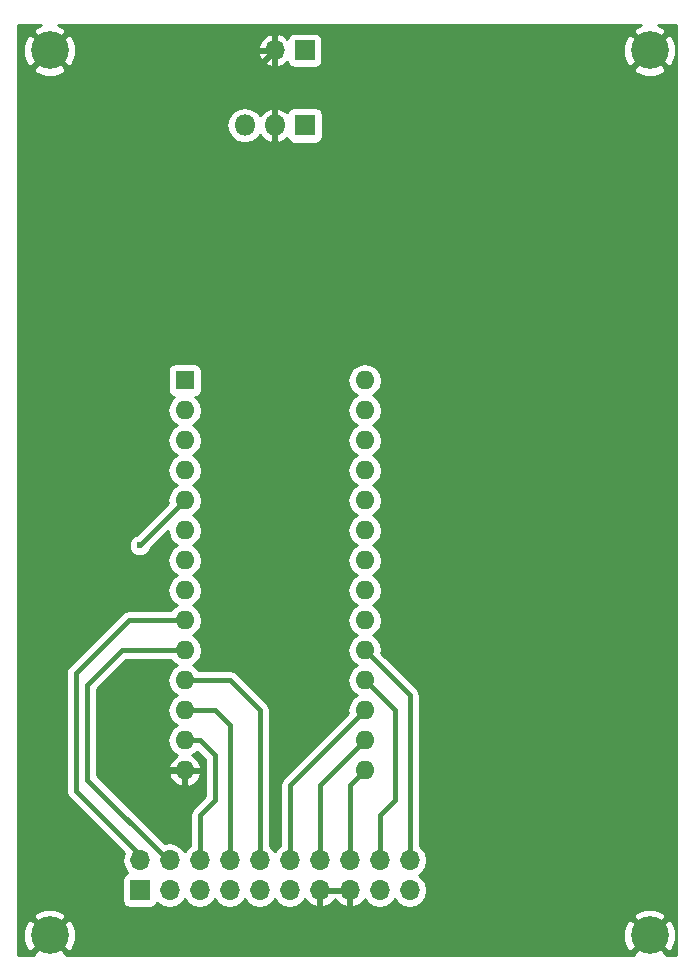
<source format=gbr>
G04 #@! TF.FileFunction,Copper,L2,Bot,Signal*
%FSLAX46Y46*%
G04 Gerber Fmt 4.6, Leading zero omitted, Abs format (unit mm)*
G04 Created by KiCad (PCBNEW 4.0.7) date 11/14/18 00:40:59*
%MOMM*%
%LPD*%
G01*
G04 APERTURE LIST*
%ADD10C,0.100000*%
%ADD11C,3.200000*%
%ADD12R,1.700000X1.700000*%
%ADD13O,1.700000X1.700000*%
%ADD14R,1.600000X1.600000*%
%ADD15O,1.600000X1.600000*%
%ADD16R,1.800000X1.800000*%
%ADD17O,1.800000X1.800000*%
%ADD18C,0.600000*%
%ADD19C,0.800000*%
%ADD20C,0.400000*%
%ADD21C,0.600000*%
%ADD22C,0.254000*%
G04 APERTURE END LIST*
D10*
D11*
X72390000Y-93980000D03*
X21590000Y-19050000D03*
X72390000Y-19050000D03*
D12*
X29210000Y-90170000D03*
D13*
X29210000Y-87630000D03*
X31750000Y-90170000D03*
X31750000Y-87630000D03*
X34290000Y-90170000D03*
X34290000Y-87630000D03*
X36830000Y-90170000D03*
X36830000Y-87630000D03*
X39370000Y-90170000D03*
X39370000Y-87630000D03*
X41910000Y-90170000D03*
X41910000Y-87630000D03*
X44450000Y-90170000D03*
X44450000Y-87630000D03*
X46990000Y-90170000D03*
X46990000Y-87630000D03*
X49530000Y-90170000D03*
X49530000Y-87630000D03*
X52070000Y-90170000D03*
X52070000Y-87630000D03*
D14*
X33020000Y-46990000D03*
D15*
X48260000Y-80010000D03*
X33020000Y-49530000D03*
X48260000Y-77470000D03*
X33020000Y-52070000D03*
X48260000Y-74930000D03*
X33020000Y-54610000D03*
X48260000Y-72390000D03*
X33020000Y-57150000D03*
X48260000Y-69850000D03*
X33020000Y-59690000D03*
X48260000Y-67310000D03*
X33020000Y-62230000D03*
X48260000Y-64770000D03*
X33020000Y-64770000D03*
X48260000Y-62230000D03*
X33020000Y-67310000D03*
X48260000Y-59690000D03*
X33020000Y-69850000D03*
X48260000Y-57150000D03*
X33020000Y-72390000D03*
X48260000Y-54610000D03*
X33020000Y-74930000D03*
X48260000Y-52070000D03*
X33020000Y-77470000D03*
X48260000Y-49530000D03*
X33020000Y-80010000D03*
X48260000Y-46990000D03*
D12*
X43180000Y-19050000D03*
D13*
X40640000Y-19050000D03*
D16*
X43180000Y-25400000D03*
D17*
X40640000Y-25400000D03*
X38100000Y-25400000D03*
D11*
X21590000Y-93980000D03*
D18*
X29210000Y-60960000D03*
D19*
X57180000Y-49790000D03*
X57180000Y-52990000D03*
X25780000Y-50790000D03*
D18*
X25780000Y-79790000D03*
D20*
X33020000Y-57150000D02*
X29210000Y-60960000D01*
X29210000Y-87630000D02*
X29210000Y-87220000D01*
X29210000Y-87220000D02*
X23780000Y-81790000D01*
X28260000Y-67310000D02*
X33020000Y-67310000D01*
X23780000Y-71790000D02*
X28260000Y-67310000D01*
X23780000Y-81790000D02*
X23780000Y-71790000D01*
X31750000Y-87630000D02*
X31620000Y-87630000D01*
X31620000Y-87630000D02*
X24780000Y-80790000D01*
X27720000Y-69850000D02*
X33020000Y-69850000D01*
X24780000Y-72790000D02*
X27720000Y-69850000D01*
X24780000Y-80790000D02*
X24780000Y-72790000D01*
X36830000Y-72390000D02*
X33020000Y-72390000D01*
X39370000Y-74930000D02*
X36830000Y-72390000D01*
X39370000Y-87630000D02*
X39370000Y-74930000D01*
X35560000Y-74930000D02*
X36830000Y-76200000D01*
X36830000Y-87630000D02*
X36830000Y-76200000D01*
X35560000Y-74930000D02*
X33020000Y-74930000D01*
X34290000Y-77470000D02*
X35560000Y-78740000D01*
X34290000Y-87630000D02*
X34290000Y-83820000D01*
X35560000Y-82550000D02*
X35560000Y-78740000D01*
X34290000Y-83820000D02*
X35560000Y-82550000D01*
X34290000Y-77470000D02*
X33020000Y-77470000D01*
X46990000Y-87630000D02*
X46990000Y-81280000D01*
X46990000Y-81280000D02*
X48260000Y-80010000D01*
X44450000Y-87630000D02*
X44450000Y-81280000D01*
X44450000Y-81280000D02*
X48260000Y-77470000D01*
X41910000Y-87630000D02*
X41910000Y-81280000D01*
X41910000Y-81280000D02*
X48260000Y-74930000D01*
X49530000Y-87630000D02*
X49530000Y-83820000D01*
X50800000Y-74930000D02*
X48260000Y-72390000D01*
X50800000Y-82550000D02*
X50800000Y-74930000D01*
X49530000Y-83820000D02*
X50800000Y-82550000D01*
X52070000Y-87630000D02*
X52070000Y-73660000D01*
X52070000Y-73660000D02*
X48260000Y-69850000D01*
D21*
X57180000Y-52990000D02*
X57180000Y-49790000D01*
X26780000Y-32910000D02*
X40640000Y-19050000D01*
X26780000Y-49790000D02*
X26780000Y-32910000D01*
X25780000Y-50790000D02*
X26780000Y-49790000D01*
X33020000Y-80010000D02*
X26000000Y-80010000D01*
X26000000Y-80010000D02*
X25780000Y-79790000D01*
D22*
G36*
X20355390Y-17134640D02*
X20183403Y-17463798D01*
X21590000Y-18870395D01*
X22996597Y-17463798D01*
X22824610Y-17134640D01*
X22273654Y-16917000D01*
X71680820Y-16917000D01*
X71155390Y-17134640D01*
X70983403Y-17463798D01*
X72390000Y-18870395D01*
X73796597Y-17463798D01*
X73624610Y-17134640D01*
X73073654Y-16917000D01*
X74653000Y-16917000D01*
X74653000Y-95663000D01*
X73746019Y-95663000D01*
X73796597Y-95566202D01*
X72390000Y-94159605D01*
X70983403Y-95566202D01*
X71033981Y-95663000D01*
X22946019Y-95663000D01*
X22996597Y-95566202D01*
X21590000Y-94159605D01*
X20183403Y-95566202D01*
X20233981Y-95663000D01*
X18907000Y-95663000D01*
X18907000Y-93572346D01*
X19347974Y-93572346D01*
X19362635Y-94461363D01*
X19674640Y-95214610D01*
X20003798Y-95386597D01*
X21410395Y-93980000D01*
X21769605Y-93980000D01*
X23176202Y-95386597D01*
X23505360Y-95214610D01*
X23832026Y-94387654D01*
X23818581Y-93572346D01*
X70147974Y-93572346D01*
X70162635Y-94461363D01*
X70474640Y-95214610D01*
X70803798Y-95386597D01*
X72210395Y-93980000D01*
X72569605Y-93980000D01*
X73976202Y-95386597D01*
X74305360Y-95214610D01*
X74632026Y-94387654D01*
X74617365Y-93498637D01*
X74305360Y-92745390D01*
X73976202Y-92573403D01*
X72569605Y-93980000D01*
X72210395Y-93980000D01*
X70803798Y-92573403D01*
X70474640Y-92745390D01*
X70147974Y-93572346D01*
X23818581Y-93572346D01*
X23817365Y-93498637D01*
X23505360Y-92745390D01*
X23176202Y-92573403D01*
X21769605Y-93980000D01*
X21410395Y-93980000D01*
X20003798Y-92573403D01*
X19674640Y-92745390D01*
X19347974Y-93572346D01*
X18907000Y-93572346D01*
X18907000Y-92393798D01*
X20183403Y-92393798D01*
X21590000Y-93800395D01*
X22996597Y-92393798D01*
X70983403Y-92393798D01*
X72390000Y-93800395D01*
X73796597Y-92393798D01*
X73624610Y-92064640D01*
X72797654Y-91737974D01*
X71908637Y-91752635D01*
X71155390Y-92064640D01*
X70983403Y-92393798D01*
X22996597Y-92393798D01*
X22824610Y-92064640D01*
X21997654Y-91737974D01*
X21108637Y-91752635D01*
X20355390Y-92064640D01*
X20183403Y-92393798D01*
X18907000Y-92393798D01*
X18907000Y-71790000D01*
X22945000Y-71790000D01*
X22945000Y-81790000D01*
X23008561Y-82109541D01*
X23012209Y-82115000D01*
X23189566Y-82380434D01*
X27839527Y-87030395D01*
X27838039Y-87032622D01*
X27725000Y-87600907D01*
X27725000Y-87659093D01*
X27838039Y-88227378D01*
X28159946Y-88709147D01*
X28161179Y-88709971D01*
X28124683Y-88716838D01*
X27908559Y-88855910D01*
X27763569Y-89068110D01*
X27712560Y-89320000D01*
X27712560Y-91020000D01*
X27756838Y-91255317D01*
X27895910Y-91471441D01*
X28108110Y-91616431D01*
X28360000Y-91667440D01*
X30060000Y-91667440D01*
X30295317Y-91623162D01*
X30511441Y-91484090D01*
X30656431Y-91271890D01*
X30670086Y-91204459D01*
X30699946Y-91249147D01*
X31181715Y-91571054D01*
X31750000Y-91684093D01*
X32318285Y-91571054D01*
X32800054Y-91249147D01*
X33020000Y-90919974D01*
X33239946Y-91249147D01*
X33721715Y-91571054D01*
X34290000Y-91684093D01*
X34858285Y-91571054D01*
X35340054Y-91249147D01*
X35560000Y-90919974D01*
X35779946Y-91249147D01*
X36261715Y-91571054D01*
X36830000Y-91684093D01*
X37398285Y-91571054D01*
X37880054Y-91249147D01*
X38100000Y-90919974D01*
X38319946Y-91249147D01*
X38801715Y-91571054D01*
X39370000Y-91684093D01*
X39938285Y-91571054D01*
X40420054Y-91249147D01*
X40640000Y-90919974D01*
X40859946Y-91249147D01*
X41341715Y-91571054D01*
X41910000Y-91684093D01*
X42478285Y-91571054D01*
X42960054Y-91249147D01*
X43187702Y-90908447D01*
X43254817Y-91051358D01*
X43683076Y-91441645D01*
X44093110Y-91611476D01*
X44323000Y-91490155D01*
X44323000Y-90297000D01*
X44577000Y-90297000D01*
X44577000Y-91490155D01*
X44806890Y-91611476D01*
X45216924Y-91441645D01*
X45645183Y-91051358D01*
X45720000Y-90892046D01*
X45794817Y-91051358D01*
X46223076Y-91441645D01*
X46633110Y-91611476D01*
X46863000Y-91490155D01*
X46863000Y-90297000D01*
X44577000Y-90297000D01*
X44323000Y-90297000D01*
X44303000Y-90297000D01*
X44303000Y-90043000D01*
X44323000Y-90043000D01*
X44323000Y-90023000D01*
X44577000Y-90023000D01*
X44577000Y-90043000D01*
X46863000Y-90043000D01*
X46863000Y-90023000D01*
X47117000Y-90023000D01*
X47117000Y-90043000D01*
X47137000Y-90043000D01*
X47137000Y-90297000D01*
X47117000Y-90297000D01*
X47117000Y-91490155D01*
X47346890Y-91611476D01*
X47756924Y-91441645D01*
X48185183Y-91051358D01*
X48252298Y-90908447D01*
X48479946Y-91249147D01*
X48961715Y-91571054D01*
X49530000Y-91684093D01*
X50098285Y-91571054D01*
X50580054Y-91249147D01*
X50800000Y-90919974D01*
X51019946Y-91249147D01*
X51501715Y-91571054D01*
X52070000Y-91684093D01*
X52638285Y-91571054D01*
X53120054Y-91249147D01*
X53441961Y-90767378D01*
X53555000Y-90199093D01*
X53555000Y-90140907D01*
X53441961Y-89572622D01*
X53120054Y-89090853D01*
X52834422Y-88900000D01*
X53120054Y-88709147D01*
X53441961Y-88227378D01*
X53555000Y-87659093D01*
X53555000Y-87600907D01*
X53441961Y-87032622D01*
X53120054Y-86550853D01*
X52905000Y-86407159D01*
X52905000Y-73660000D01*
X52885395Y-73561439D01*
X52841440Y-73340460D01*
X52660434Y-73069566D01*
X49676286Y-70085418D01*
X49723113Y-69850000D01*
X49613880Y-69300849D01*
X49302811Y-68835302D01*
X48920725Y-68580000D01*
X49302811Y-68324698D01*
X49613880Y-67859151D01*
X49723113Y-67310000D01*
X49613880Y-66760849D01*
X49302811Y-66295302D01*
X48920725Y-66040000D01*
X49302811Y-65784698D01*
X49613880Y-65319151D01*
X49723113Y-64770000D01*
X49613880Y-64220849D01*
X49302811Y-63755302D01*
X48920725Y-63500000D01*
X49302811Y-63244698D01*
X49613880Y-62779151D01*
X49723113Y-62230000D01*
X49613880Y-61680849D01*
X49302811Y-61215302D01*
X48920725Y-60960000D01*
X49302811Y-60704698D01*
X49613880Y-60239151D01*
X49723113Y-59690000D01*
X49613880Y-59140849D01*
X49302811Y-58675302D01*
X48920725Y-58420000D01*
X49302811Y-58164698D01*
X49613880Y-57699151D01*
X49723113Y-57150000D01*
X49613880Y-56600849D01*
X49302811Y-56135302D01*
X48920725Y-55880000D01*
X49302811Y-55624698D01*
X49613880Y-55159151D01*
X49723113Y-54610000D01*
X49613880Y-54060849D01*
X49302811Y-53595302D01*
X48920725Y-53340000D01*
X49302811Y-53084698D01*
X49613880Y-52619151D01*
X49723113Y-52070000D01*
X49613880Y-51520849D01*
X49302811Y-51055302D01*
X48920725Y-50800000D01*
X49302811Y-50544698D01*
X49613880Y-50079151D01*
X49723113Y-49530000D01*
X49613880Y-48980849D01*
X49302811Y-48515302D01*
X48920725Y-48260000D01*
X49302811Y-48004698D01*
X49613880Y-47539151D01*
X49723113Y-46990000D01*
X49613880Y-46440849D01*
X49302811Y-45975302D01*
X48837264Y-45664233D01*
X48288113Y-45555000D01*
X48231887Y-45555000D01*
X47682736Y-45664233D01*
X47217189Y-45975302D01*
X46906120Y-46440849D01*
X46796887Y-46990000D01*
X46906120Y-47539151D01*
X47217189Y-48004698D01*
X47599275Y-48260000D01*
X47217189Y-48515302D01*
X46906120Y-48980849D01*
X46796887Y-49530000D01*
X46906120Y-50079151D01*
X47217189Y-50544698D01*
X47599275Y-50800000D01*
X47217189Y-51055302D01*
X46906120Y-51520849D01*
X46796887Y-52070000D01*
X46906120Y-52619151D01*
X47217189Y-53084698D01*
X47599275Y-53340000D01*
X47217189Y-53595302D01*
X46906120Y-54060849D01*
X46796887Y-54610000D01*
X46906120Y-55159151D01*
X47217189Y-55624698D01*
X47599275Y-55880000D01*
X47217189Y-56135302D01*
X46906120Y-56600849D01*
X46796887Y-57150000D01*
X46906120Y-57699151D01*
X47217189Y-58164698D01*
X47599275Y-58420000D01*
X47217189Y-58675302D01*
X46906120Y-59140849D01*
X46796887Y-59690000D01*
X46906120Y-60239151D01*
X47217189Y-60704698D01*
X47599275Y-60960000D01*
X47217189Y-61215302D01*
X46906120Y-61680849D01*
X46796887Y-62230000D01*
X46906120Y-62779151D01*
X47217189Y-63244698D01*
X47599275Y-63500000D01*
X47217189Y-63755302D01*
X46906120Y-64220849D01*
X46796887Y-64770000D01*
X46906120Y-65319151D01*
X47217189Y-65784698D01*
X47599275Y-66040000D01*
X47217189Y-66295302D01*
X46906120Y-66760849D01*
X46796887Y-67310000D01*
X46906120Y-67859151D01*
X47217189Y-68324698D01*
X47599275Y-68580000D01*
X47217189Y-68835302D01*
X46906120Y-69300849D01*
X46796887Y-69850000D01*
X46906120Y-70399151D01*
X47217189Y-70864698D01*
X47599275Y-71120000D01*
X47217189Y-71375302D01*
X46906120Y-71840849D01*
X46796887Y-72390000D01*
X46906120Y-72939151D01*
X47217189Y-73404698D01*
X47599275Y-73660000D01*
X47217189Y-73915302D01*
X46906120Y-74380849D01*
X46796887Y-74930000D01*
X46843714Y-75165418D01*
X41319566Y-80689566D01*
X41138561Y-80960459D01*
X41075000Y-81280000D01*
X41075000Y-86407159D01*
X40859946Y-86550853D01*
X40640000Y-86880026D01*
X40420054Y-86550853D01*
X40205000Y-86407159D01*
X40205000Y-74930000D01*
X40141439Y-74610459D01*
X39960434Y-74339566D01*
X37420434Y-71799566D01*
X37406117Y-71790000D01*
X37149541Y-71618561D01*
X36830000Y-71555000D01*
X34182882Y-71555000D01*
X34062811Y-71375302D01*
X33680725Y-71120000D01*
X34062811Y-70864698D01*
X34373880Y-70399151D01*
X34483113Y-69850000D01*
X34373880Y-69300849D01*
X34062811Y-68835302D01*
X33680725Y-68580000D01*
X34062811Y-68324698D01*
X34373880Y-67859151D01*
X34483113Y-67310000D01*
X34373880Y-66760849D01*
X34062811Y-66295302D01*
X33680725Y-66040000D01*
X34062811Y-65784698D01*
X34373880Y-65319151D01*
X34483113Y-64770000D01*
X34373880Y-64220849D01*
X34062811Y-63755302D01*
X33680725Y-63500000D01*
X34062811Y-63244698D01*
X34373880Y-62779151D01*
X34483113Y-62230000D01*
X34373880Y-61680849D01*
X34062811Y-61215302D01*
X33680725Y-60960000D01*
X34062811Y-60704698D01*
X34373880Y-60239151D01*
X34483113Y-59690000D01*
X34373880Y-59140849D01*
X34062811Y-58675302D01*
X33680725Y-58420000D01*
X34062811Y-58164698D01*
X34373880Y-57699151D01*
X34483113Y-57150000D01*
X34373880Y-56600849D01*
X34062811Y-56135302D01*
X33680725Y-55880000D01*
X34062811Y-55624698D01*
X34373880Y-55159151D01*
X34483113Y-54610000D01*
X34373880Y-54060849D01*
X34062811Y-53595302D01*
X33680725Y-53340000D01*
X34062811Y-53084698D01*
X34373880Y-52619151D01*
X34483113Y-52070000D01*
X34373880Y-51520849D01*
X34062811Y-51055302D01*
X33680725Y-50800000D01*
X34062811Y-50544698D01*
X34373880Y-50079151D01*
X34483113Y-49530000D01*
X34373880Y-48980849D01*
X34062811Y-48515302D01*
X33918535Y-48418899D01*
X34055317Y-48393162D01*
X34271441Y-48254090D01*
X34416431Y-48041890D01*
X34467440Y-47790000D01*
X34467440Y-46190000D01*
X34423162Y-45954683D01*
X34284090Y-45738559D01*
X34071890Y-45593569D01*
X33820000Y-45542560D01*
X32220000Y-45542560D01*
X31984683Y-45586838D01*
X31768559Y-45725910D01*
X31623569Y-45938110D01*
X31572560Y-46190000D01*
X31572560Y-47790000D01*
X31616838Y-48025317D01*
X31755910Y-48241441D01*
X31968110Y-48386431D01*
X32123089Y-48417815D01*
X31977189Y-48515302D01*
X31666120Y-48980849D01*
X31556887Y-49530000D01*
X31666120Y-50079151D01*
X31977189Y-50544698D01*
X32359275Y-50800000D01*
X31977189Y-51055302D01*
X31666120Y-51520849D01*
X31556887Y-52070000D01*
X31666120Y-52619151D01*
X31977189Y-53084698D01*
X32359275Y-53340000D01*
X31977189Y-53595302D01*
X31666120Y-54060849D01*
X31556887Y-54610000D01*
X31666120Y-55159151D01*
X31977189Y-55624698D01*
X32359275Y-55880000D01*
X31977189Y-56135302D01*
X31666120Y-56600849D01*
X31556887Y-57150000D01*
X31603714Y-57385418D01*
X28921667Y-60067465D01*
X28681057Y-60166883D01*
X28417808Y-60429673D01*
X28275162Y-60773201D01*
X28274838Y-61145167D01*
X28416883Y-61488943D01*
X28679673Y-61752192D01*
X29023201Y-61894838D01*
X29395167Y-61895162D01*
X29738943Y-61753117D01*
X30002192Y-61490327D01*
X30102778Y-61248090D01*
X31574139Y-59776729D01*
X31666120Y-60239151D01*
X31977189Y-60704698D01*
X32359275Y-60960000D01*
X31977189Y-61215302D01*
X31666120Y-61680849D01*
X31556887Y-62230000D01*
X31666120Y-62779151D01*
X31977189Y-63244698D01*
X32359275Y-63500000D01*
X31977189Y-63755302D01*
X31666120Y-64220849D01*
X31556887Y-64770000D01*
X31666120Y-65319151D01*
X31977189Y-65784698D01*
X32359275Y-66040000D01*
X31977189Y-66295302D01*
X31857118Y-66475000D01*
X28260000Y-66475000D01*
X27940460Y-66538560D01*
X27669566Y-66719566D01*
X23189566Y-71199566D01*
X23008561Y-71470459D01*
X22945000Y-71790000D01*
X18907000Y-71790000D01*
X18907000Y-25400000D01*
X36534928Y-25400000D01*
X36651773Y-25987419D01*
X36984519Y-26485409D01*
X37482509Y-26818155D01*
X38069928Y-26935000D01*
X38130072Y-26935000D01*
X38717491Y-26818155D01*
X39215481Y-26485409D01*
X39374501Y-26247418D01*
X39732424Y-26637966D01*
X40275258Y-26891046D01*
X40513000Y-26770997D01*
X40513000Y-25527000D01*
X40493000Y-25527000D01*
X40493000Y-25273000D01*
X40513000Y-25273000D01*
X40513000Y-24029003D01*
X40767000Y-24029003D01*
X40767000Y-25273000D01*
X40787000Y-25273000D01*
X40787000Y-25527000D01*
X40767000Y-25527000D01*
X40767000Y-26770997D01*
X41004742Y-26891046D01*
X41547576Y-26637966D01*
X41670844Y-26503462D01*
X41676838Y-26535317D01*
X41815910Y-26751441D01*
X42028110Y-26896431D01*
X42280000Y-26947440D01*
X44080000Y-26947440D01*
X44315317Y-26903162D01*
X44531441Y-26764090D01*
X44676431Y-26551890D01*
X44727440Y-26300000D01*
X44727440Y-24500000D01*
X44683162Y-24264683D01*
X44544090Y-24048559D01*
X44331890Y-23903569D01*
X44080000Y-23852560D01*
X42280000Y-23852560D01*
X42044683Y-23896838D01*
X41828559Y-24035910D01*
X41683569Y-24248110D01*
X41673234Y-24299146D01*
X41547576Y-24162034D01*
X41004742Y-23908954D01*
X40767000Y-24029003D01*
X40513000Y-24029003D01*
X40275258Y-23908954D01*
X39732424Y-24162034D01*
X39374501Y-24552582D01*
X39215481Y-24314591D01*
X38717491Y-23981845D01*
X38130072Y-23865000D01*
X38069928Y-23865000D01*
X37482509Y-23981845D01*
X36984519Y-24314591D01*
X36651773Y-24812581D01*
X36534928Y-25400000D01*
X18907000Y-25400000D01*
X18907000Y-20636202D01*
X20183403Y-20636202D01*
X20355390Y-20965360D01*
X21182346Y-21292026D01*
X22071363Y-21277365D01*
X22824610Y-20965360D01*
X22996597Y-20636202D01*
X70983403Y-20636202D01*
X71155390Y-20965360D01*
X71982346Y-21292026D01*
X72871363Y-21277365D01*
X73624610Y-20965360D01*
X73796597Y-20636202D01*
X72390000Y-19229605D01*
X70983403Y-20636202D01*
X22996597Y-20636202D01*
X21590000Y-19229605D01*
X20183403Y-20636202D01*
X18907000Y-20636202D01*
X18907000Y-18642346D01*
X19347974Y-18642346D01*
X19362635Y-19531363D01*
X19674640Y-20284610D01*
X20003798Y-20456597D01*
X21410395Y-19050000D01*
X21769605Y-19050000D01*
X23176202Y-20456597D01*
X23505360Y-20284610D01*
X23832026Y-19457654D01*
X23831189Y-19406892D01*
X39198514Y-19406892D01*
X39444817Y-19931358D01*
X39873076Y-20321645D01*
X40283110Y-20491476D01*
X40513000Y-20370155D01*
X40513000Y-19177000D01*
X39319181Y-19177000D01*
X39198514Y-19406892D01*
X23831189Y-19406892D01*
X23819418Y-18693108D01*
X39198514Y-18693108D01*
X39319181Y-18923000D01*
X40513000Y-18923000D01*
X40513000Y-17729845D01*
X40767000Y-17729845D01*
X40767000Y-18923000D01*
X40787000Y-18923000D01*
X40787000Y-19177000D01*
X40767000Y-19177000D01*
X40767000Y-20370155D01*
X40996890Y-20491476D01*
X41406924Y-20321645D01*
X41709937Y-20045499D01*
X41726838Y-20135317D01*
X41865910Y-20351441D01*
X42078110Y-20496431D01*
X42330000Y-20547440D01*
X44030000Y-20547440D01*
X44265317Y-20503162D01*
X44481441Y-20364090D01*
X44626431Y-20151890D01*
X44677440Y-19900000D01*
X44677440Y-18642346D01*
X70147974Y-18642346D01*
X70162635Y-19531363D01*
X70474640Y-20284610D01*
X70803798Y-20456597D01*
X72210395Y-19050000D01*
X72569605Y-19050000D01*
X73976202Y-20456597D01*
X74305360Y-20284610D01*
X74632026Y-19457654D01*
X74617365Y-18568637D01*
X74305360Y-17815390D01*
X73976202Y-17643403D01*
X72569605Y-19050000D01*
X72210395Y-19050000D01*
X70803798Y-17643403D01*
X70474640Y-17815390D01*
X70147974Y-18642346D01*
X44677440Y-18642346D01*
X44677440Y-18200000D01*
X44633162Y-17964683D01*
X44494090Y-17748559D01*
X44281890Y-17603569D01*
X44030000Y-17552560D01*
X42330000Y-17552560D01*
X42094683Y-17596838D01*
X41878559Y-17735910D01*
X41733569Y-17948110D01*
X41711699Y-18056107D01*
X41406924Y-17778355D01*
X40996890Y-17608524D01*
X40767000Y-17729845D01*
X40513000Y-17729845D01*
X40283110Y-17608524D01*
X39873076Y-17778355D01*
X39444817Y-18168642D01*
X39198514Y-18693108D01*
X23819418Y-18693108D01*
X23817365Y-18568637D01*
X23505360Y-17815390D01*
X23176202Y-17643403D01*
X21769605Y-19050000D01*
X21410395Y-19050000D01*
X20003798Y-17643403D01*
X19674640Y-17815390D01*
X19347974Y-18642346D01*
X18907000Y-18642346D01*
X18907000Y-16917000D01*
X20880820Y-16917000D01*
X20355390Y-17134640D01*
X20355390Y-17134640D01*
G37*
X20355390Y-17134640D02*
X20183403Y-17463798D01*
X21590000Y-18870395D01*
X22996597Y-17463798D01*
X22824610Y-17134640D01*
X22273654Y-16917000D01*
X71680820Y-16917000D01*
X71155390Y-17134640D01*
X70983403Y-17463798D01*
X72390000Y-18870395D01*
X73796597Y-17463798D01*
X73624610Y-17134640D01*
X73073654Y-16917000D01*
X74653000Y-16917000D01*
X74653000Y-95663000D01*
X73746019Y-95663000D01*
X73796597Y-95566202D01*
X72390000Y-94159605D01*
X70983403Y-95566202D01*
X71033981Y-95663000D01*
X22946019Y-95663000D01*
X22996597Y-95566202D01*
X21590000Y-94159605D01*
X20183403Y-95566202D01*
X20233981Y-95663000D01*
X18907000Y-95663000D01*
X18907000Y-93572346D01*
X19347974Y-93572346D01*
X19362635Y-94461363D01*
X19674640Y-95214610D01*
X20003798Y-95386597D01*
X21410395Y-93980000D01*
X21769605Y-93980000D01*
X23176202Y-95386597D01*
X23505360Y-95214610D01*
X23832026Y-94387654D01*
X23818581Y-93572346D01*
X70147974Y-93572346D01*
X70162635Y-94461363D01*
X70474640Y-95214610D01*
X70803798Y-95386597D01*
X72210395Y-93980000D01*
X72569605Y-93980000D01*
X73976202Y-95386597D01*
X74305360Y-95214610D01*
X74632026Y-94387654D01*
X74617365Y-93498637D01*
X74305360Y-92745390D01*
X73976202Y-92573403D01*
X72569605Y-93980000D01*
X72210395Y-93980000D01*
X70803798Y-92573403D01*
X70474640Y-92745390D01*
X70147974Y-93572346D01*
X23818581Y-93572346D01*
X23817365Y-93498637D01*
X23505360Y-92745390D01*
X23176202Y-92573403D01*
X21769605Y-93980000D01*
X21410395Y-93980000D01*
X20003798Y-92573403D01*
X19674640Y-92745390D01*
X19347974Y-93572346D01*
X18907000Y-93572346D01*
X18907000Y-92393798D01*
X20183403Y-92393798D01*
X21590000Y-93800395D01*
X22996597Y-92393798D01*
X70983403Y-92393798D01*
X72390000Y-93800395D01*
X73796597Y-92393798D01*
X73624610Y-92064640D01*
X72797654Y-91737974D01*
X71908637Y-91752635D01*
X71155390Y-92064640D01*
X70983403Y-92393798D01*
X22996597Y-92393798D01*
X22824610Y-92064640D01*
X21997654Y-91737974D01*
X21108637Y-91752635D01*
X20355390Y-92064640D01*
X20183403Y-92393798D01*
X18907000Y-92393798D01*
X18907000Y-71790000D01*
X22945000Y-71790000D01*
X22945000Y-81790000D01*
X23008561Y-82109541D01*
X23012209Y-82115000D01*
X23189566Y-82380434D01*
X27839527Y-87030395D01*
X27838039Y-87032622D01*
X27725000Y-87600907D01*
X27725000Y-87659093D01*
X27838039Y-88227378D01*
X28159946Y-88709147D01*
X28161179Y-88709971D01*
X28124683Y-88716838D01*
X27908559Y-88855910D01*
X27763569Y-89068110D01*
X27712560Y-89320000D01*
X27712560Y-91020000D01*
X27756838Y-91255317D01*
X27895910Y-91471441D01*
X28108110Y-91616431D01*
X28360000Y-91667440D01*
X30060000Y-91667440D01*
X30295317Y-91623162D01*
X30511441Y-91484090D01*
X30656431Y-91271890D01*
X30670086Y-91204459D01*
X30699946Y-91249147D01*
X31181715Y-91571054D01*
X31750000Y-91684093D01*
X32318285Y-91571054D01*
X32800054Y-91249147D01*
X33020000Y-90919974D01*
X33239946Y-91249147D01*
X33721715Y-91571054D01*
X34290000Y-91684093D01*
X34858285Y-91571054D01*
X35340054Y-91249147D01*
X35560000Y-90919974D01*
X35779946Y-91249147D01*
X36261715Y-91571054D01*
X36830000Y-91684093D01*
X37398285Y-91571054D01*
X37880054Y-91249147D01*
X38100000Y-90919974D01*
X38319946Y-91249147D01*
X38801715Y-91571054D01*
X39370000Y-91684093D01*
X39938285Y-91571054D01*
X40420054Y-91249147D01*
X40640000Y-90919974D01*
X40859946Y-91249147D01*
X41341715Y-91571054D01*
X41910000Y-91684093D01*
X42478285Y-91571054D01*
X42960054Y-91249147D01*
X43187702Y-90908447D01*
X43254817Y-91051358D01*
X43683076Y-91441645D01*
X44093110Y-91611476D01*
X44323000Y-91490155D01*
X44323000Y-90297000D01*
X44577000Y-90297000D01*
X44577000Y-91490155D01*
X44806890Y-91611476D01*
X45216924Y-91441645D01*
X45645183Y-91051358D01*
X45720000Y-90892046D01*
X45794817Y-91051358D01*
X46223076Y-91441645D01*
X46633110Y-91611476D01*
X46863000Y-91490155D01*
X46863000Y-90297000D01*
X44577000Y-90297000D01*
X44323000Y-90297000D01*
X44303000Y-90297000D01*
X44303000Y-90043000D01*
X44323000Y-90043000D01*
X44323000Y-90023000D01*
X44577000Y-90023000D01*
X44577000Y-90043000D01*
X46863000Y-90043000D01*
X46863000Y-90023000D01*
X47117000Y-90023000D01*
X47117000Y-90043000D01*
X47137000Y-90043000D01*
X47137000Y-90297000D01*
X47117000Y-90297000D01*
X47117000Y-91490155D01*
X47346890Y-91611476D01*
X47756924Y-91441645D01*
X48185183Y-91051358D01*
X48252298Y-90908447D01*
X48479946Y-91249147D01*
X48961715Y-91571054D01*
X49530000Y-91684093D01*
X50098285Y-91571054D01*
X50580054Y-91249147D01*
X50800000Y-90919974D01*
X51019946Y-91249147D01*
X51501715Y-91571054D01*
X52070000Y-91684093D01*
X52638285Y-91571054D01*
X53120054Y-91249147D01*
X53441961Y-90767378D01*
X53555000Y-90199093D01*
X53555000Y-90140907D01*
X53441961Y-89572622D01*
X53120054Y-89090853D01*
X52834422Y-88900000D01*
X53120054Y-88709147D01*
X53441961Y-88227378D01*
X53555000Y-87659093D01*
X53555000Y-87600907D01*
X53441961Y-87032622D01*
X53120054Y-86550853D01*
X52905000Y-86407159D01*
X52905000Y-73660000D01*
X52885395Y-73561439D01*
X52841440Y-73340460D01*
X52660434Y-73069566D01*
X49676286Y-70085418D01*
X49723113Y-69850000D01*
X49613880Y-69300849D01*
X49302811Y-68835302D01*
X48920725Y-68580000D01*
X49302811Y-68324698D01*
X49613880Y-67859151D01*
X49723113Y-67310000D01*
X49613880Y-66760849D01*
X49302811Y-66295302D01*
X48920725Y-66040000D01*
X49302811Y-65784698D01*
X49613880Y-65319151D01*
X49723113Y-64770000D01*
X49613880Y-64220849D01*
X49302811Y-63755302D01*
X48920725Y-63500000D01*
X49302811Y-63244698D01*
X49613880Y-62779151D01*
X49723113Y-62230000D01*
X49613880Y-61680849D01*
X49302811Y-61215302D01*
X48920725Y-60960000D01*
X49302811Y-60704698D01*
X49613880Y-60239151D01*
X49723113Y-59690000D01*
X49613880Y-59140849D01*
X49302811Y-58675302D01*
X48920725Y-58420000D01*
X49302811Y-58164698D01*
X49613880Y-57699151D01*
X49723113Y-57150000D01*
X49613880Y-56600849D01*
X49302811Y-56135302D01*
X48920725Y-55880000D01*
X49302811Y-55624698D01*
X49613880Y-55159151D01*
X49723113Y-54610000D01*
X49613880Y-54060849D01*
X49302811Y-53595302D01*
X48920725Y-53340000D01*
X49302811Y-53084698D01*
X49613880Y-52619151D01*
X49723113Y-52070000D01*
X49613880Y-51520849D01*
X49302811Y-51055302D01*
X48920725Y-50800000D01*
X49302811Y-50544698D01*
X49613880Y-50079151D01*
X49723113Y-49530000D01*
X49613880Y-48980849D01*
X49302811Y-48515302D01*
X48920725Y-48260000D01*
X49302811Y-48004698D01*
X49613880Y-47539151D01*
X49723113Y-46990000D01*
X49613880Y-46440849D01*
X49302811Y-45975302D01*
X48837264Y-45664233D01*
X48288113Y-45555000D01*
X48231887Y-45555000D01*
X47682736Y-45664233D01*
X47217189Y-45975302D01*
X46906120Y-46440849D01*
X46796887Y-46990000D01*
X46906120Y-47539151D01*
X47217189Y-48004698D01*
X47599275Y-48260000D01*
X47217189Y-48515302D01*
X46906120Y-48980849D01*
X46796887Y-49530000D01*
X46906120Y-50079151D01*
X47217189Y-50544698D01*
X47599275Y-50800000D01*
X47217189Y-51055302D01*
X46906120Y-51520849D01*
X46796887Y-52070000D01*
X46906120Y-52619151D01*
X47217189Y-53084698D01*
X47599275Y-53340000D01*
X47217189Y-53595302D01*
X46906120Y-54060849D01*
X46796887Y-54610000D01*
X46906120Y-55159151D01*
X47217189Y-55624698D01*
X47599275Y-55880000D01*
X47217189Y-56135302D01*
X46906120Y-56600849D01*
X46796887Y-57150000D01*
X46906120Y-57699151D01*
X47217189Y-58164698D01*
X47599275Y-58420000D01*
X47217189Y-58675302D01*
X46906120Y-59140849D01*
X46796887Y-59690000D01*
X46906120Y-60239151D01*
X47217189Y-60704698D01*
X47599275Y-60960000D01*
X47217189Y-61215302D01*
X46906120Y-61680849D01*
X46796887Y-62230000D01*
X46906120Y-62779151D01*
X47217189Y-63244698D01*
X47599275Y-63500000D01*
X47217189Y-63755302D01*
X46906120Y-64220849D01*
X46796887Y-64770000D01*
X46906120Y-65319151D01*
X47217189Y-65784698D01*
X47599275Y-66040000D01*
X47217189Y-66295302D01*
X46906120Y-66760849D01*
X46796887Y-67310000D01*
X46906120Y-67859151D01*
X47217189Y-68324698D01*
X47599275Y-68580000D01*
X47217189Y-68835302D01*
X46906120Y-69300849D01*
X46796887Y-69850000D01*
X46906120Y-70399151D01*
X47217189Y-70864698D01*
X47599275Y-71120000D01*
X47217189Y-71375302D01*
X46906120Y-71840849D01*
X46796887Y-72390000D01*
X46906120Y-72939151D01*
X47217189Y-73404698D01*
X47599275Y-73660000D01*
X47217189Y-73915302D01*
X46906120Y-74380849D01*
X46796887Y-74930000D01*
X46843714Y-75165418D01*
X41319566Y-80689566D01*
X41138561Y-80960459D01*
X41075000Y-81280000D01*
X41075000Y-86407159D01*
X40859946Y-86550853D01*
X40640000Y-86880026D01*
X40420054Y-86550853D01*
X40205000Y-86407159D01*
X40205000Y-74930000D01*
X40141439Y-74610459D01*
X39960434Y-74339566D01*
X37420434Y-71799566D01*
X37406117Y-71790000D01*
X37149541Y-71618561D01*
X36830000Y-71555000D01*
X34182882Y-71555000D01*
X34062811Y-71375302D01*
X33680725Y-71120000D01*
X34062811Y-70864698D01*
X34373880Y-70399151D01*
X34483113Y-69850000D01*
X34373880Y-69300849D01*
X34062811Y-68835302D01*
X33680725Y-68580000D01*
X34062811Y-68324698D01*
X34373880Y-67859151D01*
X34483113Y-67310000D01*
X34373880Y-66760849D01*
X34062811Y-66295302D01*
X33680725Y-66040000D01*
X34062811Y-65784698D01*
X34373880Y-65319151D01*
X34483113Y-64770000D01*
X34373880Y-64220849D01*
X34062811Y-63755302D01*
X33680725Y-63500000D01*
X34062811Y-63244698D01*
X34373880Y-62779151D01*
X34483113Y-62230000D01*
X34373880Y-61680849D01*
X34062811Y-61215302D01*
X33680725Y-60960000D01*
X34062811Y-60704698D01*
X34373880Y-60239151D01*
X34483113Y-59690000D01*
X34373880Y-59140849D01*
X34062811Y-58675302D01*
X33680725Y-58420000D01*
X34062811Y-58164698D01*
X34373880Y-57699151D01*
X34483113Y-57150000D01*
X34373880Y-56600849D01*
X34062811Y-56135302D01*
X33680725Y-55880000D01*
X34062811Y-55624698D01*
X34373880Y-55159151D01*
X34483113Y-54610000D01*
X34373880Y-54060849D01*
X34062811Y-53595302D01*
X33680725Y-53340000D01*
X34062811Y-53084698D01*
X34373880Y-52619151D01*
X34483113Y-52070000D01*
X34373880Y-51520849D01*
X34062811Y-51055302D01*
X33680725Y-50800000D01*
X34062811Y-50544698D01*
X34373880Y-50079151D01*
X34483113Y-49530000D01*
X34373880Y-48980849D01*
X34062811Y-48515302D01*
X33918535Y-48418899D01*
X34055317Y-48393162D01*
X34271441Y-48254090D01*
X34416431Y-48041890D01*
X34467440Y-47790000D01*
X34467440Y-46190000D01*
X34423162Y-45954683D01*
X34284090Y-45738559D01*
X34071890Y-45593569D01*
X33820000Y-45542560D01*
X32220000Y-45542560D01*
X31984683Y-45586838D01*
X31768559Y-45725910D01*
X31623569Y-45938110D01*
X31572560Y-46190000D01*
X31572560Y-47790000D01*
X31616838Y-48025317D01*
X31755910Y-48241441D01*
X31968110Y-48386431D01*
X32123089Y-48417815D01*
X31977189Y-48515302D01*
X31666120Y-48980849D01*
X31556887Y-49530000D01*
X31666120Y-50079151D01*
X31977189Y-50544698D01*
X32359275Y-50800000D01*
X31977189Y-51055302D01*
X31666120Y-51520849D01*
X31556887Y-52070000D01*
X31666120Y-52619151D01*
X31977189Y-53084698D01*
X32359275Y-53340000D01*
X31977189Y-53595302D01*
X31666120Y-54060849D01*
X31556887Y-54610000D01*
X31666120Y-55159151D01*
X31977189Y-55624698D01*
X32359275Y-55880000D01*
X31977189Y-56135302D01*
X31666120Y-56600849D01*
X31556887Y-57150000D01*
X31603714Y-57385418D01*
X28921667Y-60067465D01*
X28681057Y-60166883D01*
X28417808Y-60429673D01*
X28275162Y-60773201D01*
X28274838Y-61145167D01*
X28416883Y-61488943D01*
X28679673Y-61752192D01*
X29023201Y-61894838D01*
X29395167Y-61895162D01*
X29738943Y-61753117D01*
X30002192Y-61490327D01*
X30102778Y-61248090D01*
X31574139Y-59776729D01*
X31666120Y-60239151D01*
X31977189Y-60704698D01*
X32359275Y-60960000D01*
X31977189Y-61215302D01*
X31666120Y-61680849D01*
X31556887Y-62230000D01*
X31666120Y-62779151D01*
X31977189Y-63244698D01*
X32359275Y-63500000D01*
X31977189Y-63755302D01*
X31666120Y-64220849D01*
X31556887Y-64770000D01*
X31666120Y-65319151D01*
X31977189Y-65784698D01*
X32359275Y-66040000D01*
X31977189Y-66295302D01*
X31857118Y-66475000D01*
X28260000Y-66475000D01*
X27940460Y-66538560D01*
X27669566Y-66719566D01*
X23189566Y-71199566D01*
X23008561Y-71470459D01*
X22945000Y-71790000D01*
X18907000Y-71790000D01*
X18907000Y-25400000D01*
X36534928Y-25400000D01*
X36651773Y-25987419D01*
X36984519Y-26485409D01*
X37482509Y-26818155D01*
X38069928Y-26935000D01*
X38130072Y-26935000D01*
X38717491Y-26818155D01*
X39215481Y-26485409D01*
X39374501Y-26247418D01*
X39732424Y-26637966D01*
X40275258Y-26891046D01*
X40513000Y-26770997D01*
X40513000Y-25527000D01*
X40493000Y-25527000D01*
X40493000Y-25273000D01*
X40513000Y-25273000D01*
X40513000Y-24029003D01*
X40767000Y-24029003D01*
X40767000Y-25273000D01*
X40787000Y-25273000D01*
X40787000Y-25527000D01*
X40767000Y-25527000D01*
X40767000Y-26770997D01*
X41004742Y-26891046D01*
X41547576Y-26637966D01*
X41670844Y-26503462D01*
X41676838Y-26535317D01*
X41815910Y-26751441D01*
X42028110Y-26896431D01*
X42280000Y-26947440D01*
X44080000Y-26947440D01*
X44315317Y-26903162D01*
X44531441Y-26764090D01*
X44676431Y-26551890D01*
X44727440Y-26300000D01*
X44727440Y-24500000D01*
X44683162Y-24264683D01*
X44544090Y-24048559D01*
X44331890Y-23903569D01*
X44080000Y-23852560D01*
X42280000Y-23852560D01*
X42044683Y-23896838D01*
X41828559Y-24035910D01*
X41683569Y-24248110D01*
X41673234Y-24299146D01*
X41547576Y-24162034D01*
X41004742Y-23908954D01*
X40767000Y-24029003D01*
X40513000Y-24029003D01*
X40275258Y-23908954D01*
X39732424Y-24162034D01*
X39374501Y-24552582D01*
X39215481Y-24314591D01*
X38717491Y-23981845D01*
X38130072Y-23865000D01*
X38069928Y-23865000D01*
X37482509Y-23981845D01*
X36984519Y-24314591D01*
X36651773Y-24812581D01*
X36534928Y-25400000D01*
X18907000Y-25400000D01*
X18907000Y-20636202D01*
X20183403Y-20636202D01*
X20355390Y-20965360D01*
X21182346Y-21292026D01*
X22071363Y-21277365D01*
X22824610Y-20965360D01*
X22996597Y-20636202D01*
X70983403Y-20636202D01*
X71155390Y-20965360D01*
X71982346Y-21292026D01*
X72871363Y-21277365D01*
X73624610Y-20965360D01*
X73796597Y-20636202D01*
X72390000Y-19229605D01*
X70983403Y-20636202D01*
X22996597Y-20636202D01*
X21590000Y-19229605D01*
X20183403Y-20636202D01*
X18907000Y-20636202D01*
X18907000Y-18642346D01*
X19347974Y-18642346D01*
X19362635Y-19531363D01*
X19674640Y-20284610D01*
X20003798Y-20456597D01*
X21410395Y-19050000D01*
X21769605Y-19050000D01*
X23176202Y-20456597D01*
X23505360Y-20284610D01*
X23832026Y-19457654D01*
X23831189Y-19406892D01*
X39198514Y-19406892D01*
X39444817Y-19931358D01*
X39873076Y-20321645D01*
X40283110Y-20491476D01*
X40513000Y-20370155D01*
X40513000Y-19177000D01*
X39319181Y-19177000D01*
X39198514Y-19406892D01*
X23831189Y-19406892D01*
X23819418Y-18693108D01*
X39198514Y-18693108D01*
X39319181Y-18923000D01*
X40513000Y-18923000D01*
X40513000Y-17729845D01*
X40767000Y-17729845D01*
X40767000Y-18923000D01*
X40787000Y-18923000D01*
X40787000Y-19177000D01*
X40767000Y-19177000D01*
X40767000Y-20370155D01*
X40996890Y-20491476D01*
X41406924Y-20321645D01*
X41709937Y-20045499D01*
X41726838Y-20135317D01*
X41865910Y-20351441D01*
X42078110Y-20496431D01*
X42330000Y-20547440D01*
X44030000Y-20547440D01*
X44265317Y-20503162D01*
X44481441Y-20364090D01*
X44626431Y-20151890D01*
X44677440Y-19900000D01*
X44677440Y-18642346D01*
X70147974Y-18642346D01*
X70162635Y-19531363D01*
X70474640Y-20284610D01*
X70803798Y-20456597D01*
X72210395Y-19050000D01*
X72569605Y-19050000D01*
X73976202Y-20456597D01*
X74305360Y-20284610D01*
X74632026Y-19457654D01*
X74617365Y-18568637D01*
X74305360Y-17815390D01*
X73976202Y-17643403D01*
X72569605Y-19050000D01*
X72210395Y-19050000D01*
X70803798Y-17643403D01*
X70474640Y-17815390D01*
X70147974Y-18642346D01*
X44677440Y-18642346D01*
X44677440Y-18200000D01*
X44633162Y-17964683D01*
X44494090Y-17748559D01*
X44281890Y-17603569D01*
X44030000Y-17552560D01*
X42330000Y-17552560D01*
X42094683Y-17596838D01*
X41878559Y-17735910D01*
X41733569Y-17948110D01*
X41711699Y-18056107D01*
X41406924Y-17778355D01*
X40996890Y-17608524D01*
X40767000Y-17729845D01*
X40513000Y-17729845D01*
X40283110Y-17608524D01*
X39873076Y-17778355D01*
X39444817Y-18168642D01*
X39198514Y-18693108D01*
X23819418Y-18693108D01*
X23817365Y-18568637D01*
X23505360Y-17815390D01*
X23176202Y-17643403D01*
X21769605Y-19050000D01*
X21410395Y-19050000D01*
X20003798Y-17643403D01*
X19674640Y-17815390D01*
X19347974Y-18642346D01*
X18907000Y-18642346D01*
X18907000Y-16917000D01*
X20880820Y-16917000D01*
X20355390Y-17134640D01*
G36*
X31977189Y-70864698D02*
X32359275Y-71120000D01*
X31977189Y-71375302D01*
X31666120Y-71840849D01*
X31556887Y-72390000D01*
X31666120Y-72939151D01*
X31977189Y-73404698D01*
X32359275Y-73660000D01*
X31977189Y-73915302D01*
X31666120Y-74380849D01*
X31556887Y-74930000D01*
X31666120Y-75479151D01*
X31977189Y-75944698D01*
X32359275Y-76200000D01*
X31977189Y-76455302D01*
X31666120Y-76920849D01*
X31556887Y-77470000D01*
X31666120Y-78019151D01*
X31977189Y-78484698D01*
X32381703Y-78754986D01*
X32164866Y-78857611D01*
X31788959Y-79272577D01*
X31628096Y-79660961D01*
X31750085Y-79883000D01*
X32893000Y-79883000D01*
X32893000Y-79863000D01*
X33147000Y-79863000D01*
X33147000Y-79883000D01*
X34289915Y-79883000D01*
X34411904Y-79660961D01*
X34251041Y-79272577D01*
X33875134Y-78857611D01*
X33658297Y-78754986D01*
X34062811Y-78484698D01*
X34087252Y-78448120D01*
X34725000Y-79085868D01*
X34725000Y-82204132D01*
X33699566Y-83229566D01*
X33518561Y-83500459D01*
X33455000Y-83820000D01*
X33455000Y-86407159D01*
X33239946Y-86550853D01*
X33020000Y-86880026D01*
X32800054Y-86550853D01*
X32318285Y-86228946D01*
X31750000Y-86115907D01*
X31363629Y-86192761D01*
X25615000Y-80444132D01*
X25615000Y-80359039D01*
X31628096Y-80359039D01*
X31788959Y-80747423D01*
X32164866Y-81162389D01*
X32670959Y-81401914D01*
X32893000Y-81280629D01*
X32893000Y-80137000D01*
X33147000Y-80137000D01*
X33147000Y-81280629D01*
X33369041Y-81401914D01*
X33875134Y-81162389D01*
X34251041Y-80747423D01*
X34411904Y-80359039D01*
X34289915Y-80137000D01*
X33147000Y-80137000D01*
X32893000Y-80137000D01*
X31750085Y-80137000D01*
X31628096Y-80359039D01*
X25615000Y-80359039D01*
X25615000Y-73135868D01*
X28065868Y-70685000D01*
X31857118Y-70685000D01*
X31977189Y-70864698D01*
X31977189Y-70864698D01*
G37*
X31977189Y-70864698D02*
X32359275Y-71120000D01*
X31977189Y-71375302D01*
X31666120Y-71840849D01*
X31556887Y-72390000D01*
X31666120Y-72939151D01*
X31977189Y-73404698D01*
X32359275Y-73660000D01*
X31977189Y-73915302D01*
X31666120Y-74380849D01*
X31556887Y-74930000D01*
X31666120Y-75479151D01*
X31977189Y-75944698D01*
X32359275Y-76200000D01*
X31977189Y-76455302D01*
X31666120Y-76920849D01*
X31556887Y-77470000D01*
X31666120Y-78019151D01*
X31977189Y-78484698D01*
X32381703Y-78754986D01*
X32164866Y-78857611D01*
X31788959Y-79272577D01*
X31628096Y-79660961D01*
X31750085Y-79883000D01*
X32893000Y-79883000D01*
X32893000Y-79863000D01*
X33147000Y-79863000D01*
X33147000Y-79883000D01*
X34289915Y-79883000D01*
X34411904Y-79660961D01*
X34251041Y-79272577D01*
X33875134Y-78857611D01*
X33658297Y-78754986D01*
X34062811Y-78484698D01*
X34087252Y-78448120D01*
X34725000Y-79085868D01*
X34725000Y-82204132D01*
X33699566Y-83229566D01*
X33518561Y-83500459D01*
X33455000Y-83820000D01*
X33455000Y-86407159D01*
X33239946Y-86550853D01*
X33020000Y-86880026D01*
X32800054Y-86550853D01*
X32318285Y-86228946D01*
X31750000Y-86115907D01*
X31363629Y-86192761D01*
X25615000Y-80444132D01*
X25615000Y-80359039D01*
X31628096Y-80359039D01*
X31788959Y-80747423D01*
X32164866Y-81162389D01*
X32670959Y-81401914D01*
X32893000Y-81280629D01*
X32893000Y-80137000D01*
X33147000Y-80137000D01*
X33147000Y-81280629D01*
X33369041Y-81401914D01*
X33875134Y-81162389D01*
X34251041Y-80747423D01*
X34411904Y-80359039D01*
X34289915Y-80137000D01*
X33147000Y-80137000D01*
X32893000Y-80137000D01*
X31750085Y-80137000D01*
X31628096Y-80359039D01*
X25615000Y-80359039D01*
X25615000Y-73135868D01*
X28065868Y-70685000D01*
X31857118Y-70685000D01*
X31977189Y-70864698D01*
M02*

</source>
